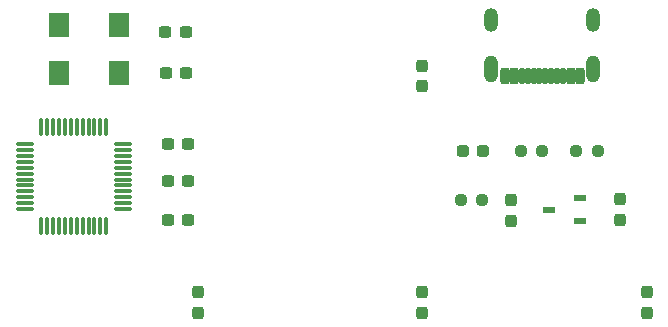
<source format=gbr>
%TF.GenerationSoftware,KiCad,Pcbnew,8.0.4-8.0.4-0~ubuntu20.04.1*%
%TF.CreationDate,2024-10-09T19:36:55+03:00*%
%TF.ProjectId,kbrd,6b627264-2e6b-4696-9361-645f70636258,rev?*%
%TF.SameCoordinates,Original*%
%TF.FileFunction,Paste,Top*%
%TF.FilePolarity,Positive*%
%FSLAX46Y46*%
G04 Gerber Fmt 4.6, Leading zero omitted, Abs format (unit mm)*
G04 Created by KiCad (PCBNEW 8.0.4-8.0.4-0~ubuntu20.04.1) date 2024-10-09 19:36:55*
%MOMM*%
%LPD*%
G01*
G04 APERTURE LIST*
G04 Aperture macros list*
%AMRoundRect*
0 Rectangle with rounded corners*
0 $1 Rounding radius*
0 $2 $3 $4 $5 $6 $7 $8 $9 X,Y pos of 4 corners*
0 Add a 4 corners polygon primitive as box body*
4,1,4,$2,$3,$4,$5,$6,$7,$8,$9,$2,$3,0*
0 Add four circle primitives for the rounded corners*
1,1,$1+$1,$2,$3*
1,1,$1+$1,$4,$5*
1,1,$1+$1,$6,$7*
1,1,$1+$1,$8,$9*
0 Add four rect primitives between the rounded corners*
20,1,$1+$1,$2,$3,$4,$5,0*
20,1,$1+$1,$4,$5,$6,$7,0*
20,1,$1+$1,$6,$7,$8,$9,0*
20,1,$1+$1,$8,$9,$2,$3,0*%
G04 Aperture macros list end*
%ADD10RoundRect,0.237500X-0.300000X-0.237500X0.300000X-0.237500X0.300000X0.237500X-0.300000X0.237500X0*%
%ADD11R,1.800000X2.000000*%
%ADD12RoundRect,0.237500X0.250000X0.237500X-0.250000X0.237500X-0.250000X-0.237500X0.250000X-0.237500X0*%
%ADD13RoundRect,0.237500X-0.237500X0.300000X-0.237500X-0.300000X0.237500X-0.300000X0.237500X0.300000X0*%
%ADD14RoundRect,0.237500X0.237500X-0.287500X0.237500X0.287500X-0.237500X0.287500X-0.237500X-0.287500X0*%
%ADD15R,1.050000X0.600000*%
%ADD16RoundRect,0.237500X-0.287500X-0.237500X0.287500X-0.237500X0.287500X0.237500X-0.287500X0.237500X0*%
%ADD17RoundRect,0.237500X0.237500X-0.300000X0.237500X0.300000X-0.237500X0.300000X-0.237500X-0.300000X0*%
%ADD18RoundRect,0.075000X-0.662500X-0.075000X0.662500X-0.075000X0.662500X0.075000X-0.662500X0.075000X0*%
%ADD19RoundRect,0.075000X-0.075000X-0.662500X0.075000X-0.662500X0.075000X0.662500X-0.075000X0.662500X0*%
%ADD20RoundRect,0.200000X0.200000X0.475000X-0.200000X0.475000X-0.200000X-0.475000X0.200000X-0.475000X0*%
%ADD21RoundRect,0.125000X0.125000X0.550000X-0.125000X0.550000X-0.125000X-0.550000X0.125000X-0.550000X0*%
%ADD22O,1.200000X2.300000*%
%ADD23O,1.200000X2.000000*%
G04 APERTURE END LIST*
D10*
%TO.C,C4*%
X141737500Y-88400000D03*
X143462500Y-88400000D03*
%TD*%
D11*
%TO.C,Y1*%
X132520000Y-79200000D03*
X137600000Y-79200000D03*
X137600000Y-75200000D03*
X132520000Y-75200000D03*
%TD*%
D10*
%TO.C,C2*%
X141537500Y-75800000D03*
X143262500Y-75800000D03*
%TD*%
D12*
%TO.C,R1*%
X178187500Y-85800000D03*
X176362500Y-85800000D03*
%TD*%
D13*
%TO.C,C7*%
X180075000Y-89925000D03*
X180075000Y-91650000D03*
%TD*%
D12*
%TO.C,R3*%
X168387500Y-90000000D03*
X166562500Y-90000000D03*
%TD*%
%TO.C,R2*%
X173475000Y-85800000D03*
X171650000Y-85800000D03*
%TD*%
D14*
%TO.C,D3*%
X163300000Y-99550000D03*
X163300000Y-97800000D03*
%TD*%
%TO.C,D1*%
X163300000Y-80350000D03*
X163300000Y-78600000D03*
%TD*%
D15*
%TO.C,U2*%
X176675000Y-91750000D03*
X176675000Y-89850000D03*
X174075000Y-90800000D03*
%TD*%
D14*
%TO.C,D4*%
X182300000Y-99550000D03*
X182300000Y-97800000D03*
%TD*%
%TO.C,D2*%
X144300000Y-99550000D03*
X144300000Y-97800000D03*
%TD*%
D10*
%TO.C,C3*%
X141737500Y-85242500D03*
X143462500Y-85242500D03*
%TD*%
D16*
%TO.C,D5*%
X166725000Y-85800000D03*
X168475000Y-85800000D03*
%TD*%
D17*
%TO.C,C6*%
X170775000Y-91725000D03*
X170775000Y-90000000D03*
%TD*%
D10*
%TO.C,C5*%
X141737500Y-91700000D03*
X143462500Y-91700000D03*
%TD*%
D18*
%TO.C,U1*%
X129637500Y-85250000D03*
X129637500Y-85750000D03*
X129637500Y-86250000D03*
X129637500Y-86750000D03*
X129637500Y-87250000D03*
X129637500Y-87750000D03*
X129637500Y-88250000D03*
X129637500Y-88750000D03*
X129637500Y-89250000D03*
X129637500Y-89750000D03*
X129637500Y-90250000D03*
X129637500Y-90750000D03*
D19*
X131050000Y-92162500D03*
X131550000Y-92162500D03*
X132050000Y-92162500D03*
X132550000Y-92162500D03*
X133050000Y-92162500D03*
X133550000Y-92162500D03*
X134050000Y-92162500D03*
X134550000Y-92162500D03*
X135050000Y-92162500D03*
X135550000Y-92162500D03*
X136050000Y-92162500D03*
X136550000Y-92162500D03*
D18*
X137962500Y-90750000D03*
X137962500Y-90250000D03*
X137962500Y-89750000D03*
X137962500Y-89250000D03*
X137962500Y-88750000D03*
X137962500Y-88250000D03*
X137962500Y-87750000D03*
X137962500Y-87250000D03*
X137962500Y-86750000D03*
X137962500Y-86250000D03*
X137962500Y-85750000D03*
X137962500Y-85250000D03*
D19*
X136550000Y-83837500D03*
X136050000Y-83837500D03*
X135550000Y-83837500D03*
X135050000Y-83837500D03*
X134550000Y-83837500D03*
X134050000Y-83837500D03*
X133550000Y-83837500D03*
X133050000Y-83837500D03*
X132550000Y-83837500D03*
X132050000Y-83837500D03*
X131550000Y-83837500D03*
X131050000Y-83837500D03*
%TD*%
D10*
%TO.C,C1*%
X141575000Y-79200000D03*
X143300000Y-79200000D03*
%TD*%
D20*
%TO.C,J1*%
X176680000Y-79475000D03*
X175880000Y-79475000D03*
D21*
X174730000Y-79475000D03*
X173730000Y-79475000D03*
X173230000Y-79475000D03*
X172230000Y-79475000D03*
D20*
X171080000Y-79475000D03*
X170280000Y-79475000D03*
X170280000Y-79475000D03*
X171080000Y-79475000D03*
D21*
X171730000Y-79475000D03*
X172730000Y-79475000D03*
X174230000Y-79475000D03*
X175230000Y-79475000D03*
D20*
X175880000Y-79475000D03*
X176680000Y-79475000D03*
D22*
X177800000Y-78900000D03*
D23*
X177800000Y-74720000D03*
D22*
X169160000Y-78900000D03*
D23*
X169160000Y-74720000D03*
%TD*%
M02*

</source>
